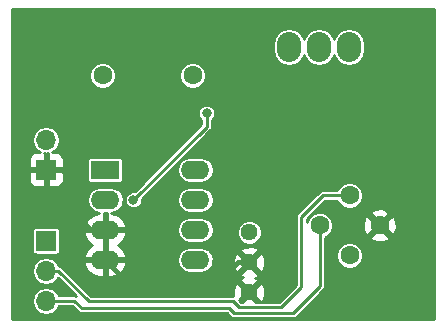
<source format=gbr>
G04 #@! TF.GenerationSoftware,KiCad,Pcbnew,(2017-12-14 revision b47a06e42)-master*
G04 #@! TF.CreationDate,2017-12-14T23:45:36+01:00*
G04 #@! TF.ProjectId,LDR_MLX,4C44525F4D4C582E6B696361645F7063,rev?*
G04 #@! TF.SameCoordinates,Original*
G04 #@! TF.FileFunction,Copper,L2,Bot,Signal*
G04 #@! TF.FilePolarity,Positive*
%FSLAX46Y46*%
G04 Gerber Fmt 4.6, Leading zero omitted, Abs format (unit mm)*
G04 Created by KiCad (PCBNEW (2017-12-14 revision b47a06e42)-master) date Thu Dec 14 23:45:36 2017*
%MOMM*%
%LPD*%
G01*
G04 APERTURE LIST*
%ADD10C,1.600000*%
%ADD11O,1.700000X1.700000*%
%ADD12R,1.700000X1.700000*%
%ADD13C,1.440000*%
%ADD14O,2.400000X1.600000*%
%ADD15R,2.400000X1.600000*%
%ADD16O,2.032000X2.540000*%
%ADD17C,0.800000*%
%ADD18C,0.250000*%
%ADD19C,0.400000*%
%ADD20C,0.254000*%
G04 APERTURE END LIST*
D10*
X187700000Y-74160000D03*
X190240000Y-76700000D03*
X187700000Y-79240000D03*
X185160000Y-76700000D03*
D11*
X162000000Y-69460000D03*
D12*
X162000000Y-72000000D03*
D11*
X162000000Y-83080000D03*
X162000000Y-80540000D03*
D12*
X162000000Y-78000000D03*
D10*
X174400000Y-64000000D03*
X166800000Y-64000000D03*
D13*
X179200000Y-82380000D03*
X179200000Y-79840000D03*
X179200000Y-77300000D03*
D14*
X174620000Y-72000000D03*
X167000000Y-79620000D03*
X174620000Y-74540000D03*
X167000000Y-77080000D03*
X174620000Y-77080000D03*
X167000000Y-74540000D03*
X174620000Y-79620000D03*
D15*
X167000000Y-72000000D03*
D16*
X187640000Y-61600000D03*
X182560000Y-61600000D03*
X185100000Y-61600000D03*
D17*
X169400000Y-74540000D03*
X175600000Y-67200000D03*
X188600000Y-64500000D03*
X185100000Y-83400000D03*
X191000000Y-75300000D03*
X178400000Y-68400000D03*
X180600000Y-64300000D03*
X175500000Y-65700000D03*
D18*
X175600000Y-68340000D02*
X175600000Y-67200000D01*
X175600000Y-68340000D02*
X169400000Y-74540000D01*
D19*
X179200000Y-79840000D02*
X178260000Y-79840000D01*
X168880000Y-81500000D02*
X167000000Y-79620000D01*
X176600000Y-81500000D02*
X168880000Y-81500000D01*
X178260000Y-79840000D02*
X176600000Y-81500000D01*
X167000000Y-77080000D02*
X167000000Y-79620000D01*
X162000000Y-72000000D02*
X162000000Y-73300000D01*
X165780000Y-77080000D02*
X167000000Y-77080000D01*
X162000000Y-73300000D02*
X165780000Y-77080000D01*
D18*
X162000000Y-80540000D02*
X163040000Y-80540000D01*
X185440000Y-74160000D02*
X187700000Y-74160000D01*
X183600000Y-76000000D02*
X185440000Y-74160000D01*
X183600000Y-81900000D02*
X183600000Y-76000000D01*
X181900000Y-83600000D02*
X183600000Y-81900000D01*
X178300000Y-83600000D02*
X181900000Y-83600000D01*
X177800000Y-83100000D02*
X178300000Y-83600000D01*
X165600000Y-83100000D02*
X177800000Y-83100000D01*
X163040000Y-80540000D02*
X165600000Y-83100000D01*
X162000000Y-83080000D02*
X164380000Y-83080000D01*
X185160000Y-81840000D02*
X185160000Y-76700000D01*
X182900000Y-84100000D02*
X185160000Y-81840000D01*
X177900000Y-84100000D02*
X182900000Y-84100000D01*
X177500000Y-83700000D02*
X177900000Y-84100000D01*
X165000000Y-83700000D02*
X177500000Y-83700000D01*
X164380000Y-83080000D02*
X165000000Y-83700000D01*
D20*
G36*
X194873000Y-84598000D02*
X159127000Y-84598000D01*
X159127000Y-80540000D01*
X160799941Y-80540000D01*
X160889535Y-80990418D01*
X161144676Y-81372265D01*
X161526523Y-81627406D01*
X161976941Y-81717000D01*
X162023059Y-81717000D01*
X162473477Y-81627406D01*
X162855324Y-81372265D01*
X163006616Y-81145840D01*
X164515785Y-82655009D01*
X164380000Y-82628000D01*
X163109408Y-82628000D01*
X162855324Y-82247735D01*
X162473477Y-81992594D01*
X162023059Y-81903000D01*
X161976941Y-81903000D01*
X161526523Y-81992594D01*
X161144676Y-82247735D01*
X160889535Y-82629582D01*
X160799941Y-83080000D01*
X160889535Y-83530418D01*
X161144676Y-83912265D01*
X161526523Y-84167406D01*
X161976941Y-84257000D01*
X162023059Y-84257000D01*
X162473477Y-84167406D01*
X162855324Y-83912265D01*
X163109408Y-83532000D01*
X164192776Y-83532000D01*
X164680387Y-84019612D01*
X164800696Y-84100000D01*
X164827027Y-84117594D01*
X165000000Y-84152000D01*
X177312776Y-84152000D01*
X177580387Y-84419612D01*
X177727027Y-84517594D01*
X177900000Y-84552000D01*
X182900000Y-84552000D01*
X183072973Y-84517594D01*
X183219612Y-84419612D01*
X185479613Y-82159612D01*
X185577594Y-82012973D01*
X185612000Y-81840000D01*
X185612000Y-79463191D01*
X186572805Y-79463191D01*
X186744019Y-79877560D01*
X187060772Y-80194867D01*
X187474842Y-80366804D01*
X187923191Y-80367195D01*
X188337560Y-80195981D01*
X188654867Y-79879228D01*
X188826804Y-79465158D01*
X188827195Y-79016809D01*
X188655981Y-78602440D01*
X188339228Y-78285133D01*
X187925158Y-78113196D01*
X187476809Y-78112805D01*
X187062440Y-78284019D01*
X186745133Y-78600772D01*
X186573196Y-79014842D01*
X186572805Y-79463191D01*
X185612000Y-79463191D01*
X185612000Y-77732653D01*
X185672281Y-77707745D01*
X189411861Y-77707745D01*
X189485995Y-77953864D01*
X190023223Y-78146965D01*
X190593454Y-78119778D01*
X190994005Y-77953864D01*
X191068139Y-77707745D01*
X190240000Y-76879605D01*
X189411861Y-77707745D01*
X185672281Y-77707745D01*
X185797560Y-77655981D01*
X186114867Y-77339228D01*
X186286804Y-76925158D01*
X186287189Y-76483223D01*
X188793035Y-76483223D01*
X188820222Y-77053454D01*
X188986136Y-77454005D01*
X189232255Y-77528139D01*
X190060395Y-76700000D01*
X190419605Y-76700000D01*
X191247745Y-77528139D01*
X191493864Y-77454005D01*
X191686965Y-76916777D01*
X191659778Y-76346546D01*
X191493864Y-75945995D01*
X191247745Y-75871861D01*
X190419605Y-76700000D01*
X190060395Y-76700000D01*
X189232255Y-75871861D01*
X188986136Y-75945995D01*
X188793035Y-76483223D01*
X186287189Y-76483223D01*
X186287195Y-76476809D01*
X186115981Y-76062440D01*
X185799228Y-75745133D01*
X185671884Y-75692255D01*
X189411861Y-75692255D01*
X190240000Y-76520395D01*
X191068139Y-75692255D01*
X190994005Y-75446136D01*
X190456777Y-75253035D01*
X189886546Y-75280222D01*
X189485995Y-75446136D01*
X189411861Y-75692255D01*
X185671884Y-75692255D01*
X185385158Y-75573196D01*
X184936809Y-75572805D01*
X184522440Y-75744019D01*
X184205133Y-76060772D01*
X184052000Y-76429557D01*
X184052000Y-76187224D01*
X185627224Y-74612000D01*
X186667347Y-74612000D01*
X186744019Y-74797560D01*
X187060772Y-75114867D01*
X187474842Y-75286804D01*
X187923191Y-75287195D01*
X188337560Y-75115981D01*
X188654867Y-74799228D01*
X188826804Y-74385158D01*
X188827195Y-73936809D01*
X188655981Y-73522440D01*
X188339228Y-73205133D01*
X187925158Y-73033196D01*
X187476809Y-73032805D01*
X187062440Y-73204019D01*
X186745133Y-73520772D01*
X186667389Y-73708000D01*
X185440000Y-73708000D01*
X185267027Y-73742406D01*
X185120388Y-73840388D01*
X183280388Y-75680388D01*
X183182406Y-75827027D01*
X183148000Y-76000000D01*
X183148000Y-81712776D01*
X181712776Y-83148000D01*
X180157797Y-83148000D01*
X180387611Y-83085869D01*
X180567333Y-82577658D01*
X180538892Y-82039356D01*
X180387611Y-81674131D01*
X180149774Y-81609831D01*
X179379605Y-82380000D01*
X180147605Y-83148000D01*
X179788395Y-83148000D01*
X179200000Y-82559605D01*
X178611605Y-83148000D01*
X178487224Y-83148000D01*
X178369810Y-83030586D01*
X179020395Y-82380000D01*
X178250226Y-81609831D01*
X178012389Y-81674131D01*
X177832667Y-82182342D01*
X177857878Y-82659513D01*
X177800000Y-82648000D01*
X165787224Y-82648000D01*
X163359612Y-80220388D01*
X163212973Y-80122406D01*
X163113040Y-80102528D01*
X163110465Y-80089582D01*
X163029922Y-79969039D01*
X165208096Y-79969039D01*
X165225633Y-80051819D01*
X165495500Y-80544896D01*
X165933517Y-80897166D01*
X166473000Y-81055000D01*
X166873000Y-81055000D01*
X166873000Y-79747000D01*
X167127000Y-79747000D01*
X167127000Y-81055000D01*
X167527000Y-81055000D01*
X168066483Y-80897166D01*
X168200015Y-80789774D01*
X178429831Y-80789774D01*
X178494131Y-81027611D01*
X178708728Y-81103500D01*
X178494131Y-81192389D01*
X178429831Y-81430226D01*
X179200000Y-82200395D01*
X179970169Y-81430226D01*
X179905869Y-81192389D01*
X179691272Y-81116500D01*
X179905869Y-81027611D01*
X179970169Y-80789774D01*
X179200000Y-80019605D01*
X178429831Y-80789774D01*
X168200015Y-80789774D01*
X168504500Y-80544896D01*
X168774367Y-80051819D01*
X168791904Y-79969039D01*
X168669915Y-79747000D01*
X167127000Y-79747000D01*
X166873000Y-79747000D01*
X165330085Y-79747000D01*
X165208096Y-79969039D01*
X163029922Y-79969039D01*
X162855324Y-79707735D01*
X162724019Y-79620000D01*
X173063084Y-79620000D01*
X173148872Y-80051284D01*
X173393175Y-80416909D01*
X173758800Y-80661212D01*
X174190084Y-80747000D01*
X175049916Y-80747000D01*
X175481200Y-80661212D01*
X175846825Y-80416909D01*
X176091128Y-80051284D01*
X176172471Y-79642342D01*
X177832667Y-79642342D01*
X177861108Y-80180644D01*
X178012389Y-80545869D01*
X178250226Y-80610169D01*
X179020395Y-79840000D01*
X179379605Y-79840000D01*
X180149774Y-80610169D01*
X180387611Y-80545869D01*
X180567333Y-80037658D01*
X180538892Y-79499356D01*
X180387611Y-79134131D01*
X180149774Y-79069831D01*
X179379605Y-79840000D01*
X179020395Y-79840000D01*
X178250226Y-79069831D01*
X178012389Y-79134131D01*
X177832667Y-79642342D01*
X176172471Y-79642342D01*
X176176916Y-79620000D01*
X176091128Y-79188716D01*
X175891684Y-78890226D01*
X178429831Y-78890226D01*
X179200000Y-79660395D01*
X179970169Y-78890226D01*
X179905869Y-78652389D01*
X179397658Y-78472667D01*
X178859356Y-78501108D01*
X178494131Y-78652389D01*
X178429831Y-78890226D01*
X175891684Y-78890226D01*
X175846825Y-78823091D01*
X175481200Y-78578788D01*
X175049916Y-78493000D01*
X174190084Y-78493000D01*
X173758800Y-78578788D01*
X173393175Y-78823091D01*
X173148872Y-79188716D01*
X173063084Y-79620000D01*
X162724019Y-79620000D01*
X162473477Y-79452594D01*
X162023059Y-79363000D01*
X161976941Y-79363000D01*
X161526523Y-79452594D01*
X161144676Y-79707735D01*
X160889535Y-80089582D01*
X160799941Y-80540000D01*
X159127000Y-80540000D01*
X159127000Y-77150000D01*
X160816594Y-77150000D01*
X160816594Y-78850000D01*
X160841973Y-78977589D01*
X160914246Y-79085754D01*
X161022411Y-79158027D01*
X161150000Y-79183406D01*
X162850000Y-79183406D01*
X162977589Y-79158027D01*
X163085754Y-79085754D01*
X163158027Y-78977589D01*
X163183406Y-78850000D01*
X163183406Y-77429039D01*
X165208096Y-77429039D01*
X165225633Y-77511819D01*
X165495500Y-78004896D01*
X165924607Y-78350000D01*
X165495500Y-78695104D01*
X165225633Y-79188181D01*
X165208096Y-79270961D01*
X165330085Y-79493000D01*
X166873000Y-79493000D01*
X166873000Y-77207000D01*
X167127000Y-77207000D01*
X167127000Y-79493000D01*
X168669915Y-79493000D01*
X168791904Y-79270961D01*
X168774367Y-79188181D01*
X168504500Y-78695104D01*
X168075393Y-78350000D01*
X168504500Y-78004896D01*
X168774367Y-77511819D01*
X168791904Y-77429039D01*
X168669915Y-77207000D01*
X167127000Y-77207000D01*
X166873000Y-77207000D01*
X165330085Y-77207000D01*
X165208096Y-77429039D01*
X163183406Y-77429039D01*
X163183406Y-77150000D01*
X163169483Y-77080000D01*
X173063084Y-77080000D01*
X173148872Y-77511284D01*
X173393175Y-77876909D01*
X173758800Y-78121212D01*
X174190084Y-78207000D01*
X175049916Y-78207000D01*
X175481200Y-78121212D01*
X175846825Y-77876909D01*
X176091128Y-77511284D01*
X176091910Y-77507348D01*
X178152819Y-77507348D01*
X178311879Y-77892303D01*
X178606148Y-78187086D01*
X178990825Y-78346818D01*
X179407348Y-78347181D01*
X179792303Y-78188121D01*
X180087086Y-77893852D01*
X180246818Y-77509175D01*
X180247181Y-77092652D01*
X180088121Y-76707697D01*
X179793852Y-76412914D01*
X179409175Y-76253182D01*
X178992652Y-76252819D01*
X178607697Y-76411879D01*
X178312914Y-76706148D01*
X178153182Y-77090825D01*
X178152819Y-77507348D01*
X176091910Y-77507348D01*
X176176916Y-77080000D01*
X176091128Y-76648716D01*
X175846825Y-76283091D01*
X175481200Y-76038788D01*
X175049916Y-75953000D01*
X174190084Y-75953000D01*
X173758800Y-76038788D01*
X173393175Y-76283091D01*
X173148872Y-76648716D01*
X173063084Y-77080000D01*
X163169483Y-77080000D01*
X163158027Y-77022411D01*
X163085754Y-76914246D01*
X162977589Y-76841973D01*
X162850000Y-76816594D01*
X161150000Y-76816594D01*
X161022411Y-76841973D01*
X160914246Y-76914246D01*
X160841973Y-77022411D01*
X160816594Y-77150000D01*
X159127000Y-77150000D01*
X159127000Y-76730961D01*
X165208096Y-76730961D01*
X165330085Y-76953000D01*
X166873000Y-76953000D01*
X166873000Y-75667000D01*
X167127000Y-75667000D01*
X167127000Y-76953000D01*
X168669915Y-76953000D01*
X168791904Y-76730961D01*
X168774367Y-76648181D01*
X168504500Y-76155104D01*
X168066483Y-75802834D01*
X167532471Y-75646601D01*
X167861200Y-75581212D01*
X168226825Y-75336909D01*
X168471128Y-74971284D01*
X168528277Y-74683975D01*
X168672874Y-74683975D01*
X168783320Y-74951275D01*
X168987650Y-75155961D01*
X169254756Y-75266874D01*
X169543975Y-75267126D01*
X169811275Y-75156680D01*
X170015961Y-74952350D01*
X170126874Y-74685244D01*
X170127000Y-74540000D01*
X173063084Y-74540000D01*
X173148872Y-74971284D01*
X173393175Y-75336909D01*
X173758800Y-75581212D01*
X174190084Y-75667000D01*
X175049916Y-75667000D01*
X175481200Y-75581212D01*
X175846825Y-75336909D01*
X176091128Y-74971284D01*
X176176916Y-74540000D01*
X176091128Y-74108716D01*
X175846825Y-73743091D01*
X175481200Y-73498788D01*
X175049916Y-73413000D01*
X174190084Y-73413000D01*
X173758800Y-73498788D01*
X173393175Y-73743091D01*
X173148872Y-74108716D01*
X173063084Y-74540000D01*
X170127000Y-74540000D01*
X170127077Y-74452147D01*
X172579224Y-72000000D01*
X173063084Y-72000000D01*
X173148872Y-72431284D01*
X173393175Y-72796909D01*
X173758800Y-73041212D01*
X174190084Y-73127000D01*
X175049916Y-73127000D01*
X175481200Y-73041212D01*
X175846825Y-72796909D01*
X176091128Y-72431284D01*
X176176916Y-72000000D01*
X176091128Y-71568716D01*
X175846825Y-71203091D01*
X175481200Y-70958788D01*
X175049916Y-70873000D01*
X174190084Y-70873000D01*
X173758800Y-70958788D01*
X173393175Y-71203091D01*
X173148872Y-71568716D01*
X173063084Y-72000000D01*
X172579224Y-72000000D01*
X175919612Y-68659612D01*
X176017594Y-68512973D01*
X176052000Y-68340000D01*
X176052000Y-67776026D01*
X176215961Y-67612350D01*
X176326874Y-67345244D01*
X176327126Y-67056025D01*
X176216680Y-66788725D01*
X176012350Y-66584039D01*
X175745244Y-66473126D01*
X175456025Y-66472874D01*
X175188725Y-66583320D01*
X174984039Y-66787650D01*
X174873126Y-67054756D01*
X174872874Y-67343975D01*
X174983320Y-67611275D01*
X175148000Y-67776242D01*
X175148000Y-68152776D01*
X169487700Y-73813076D01*
X169256025Y-73812874D01*
X168988725Y-73923320D01*
X168784039Y-74127650D01*
X168673126Y-74394756D01*
X168672874Y-74683975D01*
X168528277Y-74683975D01*
X168556916Y-74540000D01*
X168471128Y-74108716D01*
X168226825Y-73743091D01*
X167861200Y-73498788D01*
X167429916Y-73413000D01*
X166570084Y-73413000D01*
X166138800Y-73498788D01*
X165773175Y-73743091D01*
X165528872Y-74108716D01*
X165443084Y-74540000D01*
X165528872Y-74971284D01*
X165773175Y-75336909D01*
X166138800Y-75581212D01*
X166467529Y-75646601D01*
X165933517Y-75802834D01*
X165495500Y-76155104D01*
X165225633Y-76648181D01*
X165208096Y-76730961D01*
X159127000Y-76730961D01*
X159127000Y-72285750D01*
X160515000Y-72285750D01*
X160515000Y-72976310D01*
X160611673Y-73209699D01*
X160790302Y-73388327D01*
X161023691Y-73485000D01*
X161714250Y-73485000D01*
X161873000Y-73326250D01*
X161873000Y-72127000D01*
X162127000Y-72127000D01*
X162127000Y-73326250D01*
X162285750Y-73485000D01*
X162976309Y-73485000D01*
X163209698Y-73388327D01*
X163388327Y-73209699D01*
X163485000Y-72976310D01*
X163485000Y-72285750D01*
X163326250Y-72127000D01*
X162127000Y-72127000D01*
X161873000Y-72127000D01*
X160673750Y-72127000D01*
X160515000Y-72285750D01*
X159127000Y-72285750D01*
X159127000Y-71023690D01*
X160515000Y-71023690D01*
X160515000Y-71714250D01*
X160673750Y-71873000D01*
X161873000Y-71873000D01*
X161873000Y-70673750D01*
X161801316Y-70602066D01*
X161976941Y-70637000D01*
X162023059Y-70637000D01*
X162198684Y-70602066D01*
X162127000Y-70673750D01*
X162127000Y-71873000D01*
X163326250Y-71873000D01*
X163485000Y-71714250D01*
X163485000Y-71200000D01*
X165466594Y-71200000D01*
X165466594Y-72800000D01*
X165491973Y-72927589D01*
X165564246Y-73035754D01*
X165672411Y-73108027D01*
X165800000Y-73133406D01*
X168200000Y-73133406D01*
X168327589Y-73108027D01*
X168435754Y-73035754D01*
X168508027Y-72927589D01*
X168533406Y-72800000D01*
X168533406Y-71200000D01*
X168508027Y-71072411D01*
X168435754Y-70964246D01*
X168327589Y-70891973D01*
X168200000Y-70866594D01*
X165800000Y-70866594D01*
X165672411Y-70891973D01*
X165564246Y-70964246D01*
X165491973Y-71072411D01*
X165466594Y-71200000D01*
X163485000Y-71200000D01*
X163485000Y-71023690D01*
X163388327Y-70790301D01*
X163209698Y-70611673D01*
X162976309Y-70515000D01*
X162521976Y-70515000D01*
X162855324Y-70292265D01*
X163110465Y-69910418D01*
X163200059Y-69460000D01*
X163110465Y-69009582D01*
X162855324Y-68627735D01*
X162473477Y-68372594D01*
X162023059Y-68283000D01*
X161976941Y-68283000D01*
X161526523Y-68372594D01*
X161144676Y-68627735D01*
X160889535Y-69009582D01*
X160799941Y-69460000D01*
X160889535Y-69910418D01*
X161144676Y-70292265D01*
X161478024Y-70515000D01*
X161023691Y-70515000D01*
X160790302Y-70611673D01*
X160611673Y-70790301D01*
X160515000Y-71023690D01*
X159127000Y-71023690D01*
X159127000Y-64223191D01*
X165672805Y-64223191D01*
X165844019Y-64637560D01*
X166160772Y-64954867D01*
X166574842Y-65126804D01*
X167023191Y-65127195D01*
X167437560Y-64955981D01*
X167754867Y-64639228D01*
X167926804Y-64225158D01*
X167926805Y-64223191D01*
X173272805Y-64223191D01*
X173444019Y-64637560D01*
X173760772Y-64954867D01*
X174174842Y-65126804D01*
X174623191Y-65127195D01*
X175037560Y-64955981D01*
X175354867Y-64639228D01*
X175526804Y-64225158D01*
X175527195Y-63776809D01*
X175355981Y-63362440D01*
X175039228Y-63045133D01*
X174625158Y-62873196D01*
X174176809Y-62872805D01*
X173762440Y-63044019D01*
X173445133Y-63360772D01*
X173273196Y-63774842D01*
X173272805Y-64223191D01*
X167926805Y-64223191D01*
X167927195Y-63776809D01*
X167755981Y-63362440D01*
X167439228Y-63045133D01*
X167025158Y-62873196D01*
X166576809Y-62872805D01*
X166162440Y-63044019D01*
X165845133Y-63360772D01*
X165673196Y-63774842D01*
X165672805Y-64223191D01*
X159127000Y-64223191D01*
X159127000Y-61314713D01*
X181217000Y-61314713D01*
X181217000Y-61885287D01*
X181319230Y-62399231D01*
X181610356Y-62834931D01*
X182046056Y-63126057D01*
X182560000Y-63228287D01*
X183073944Y-63126057D01*
X183509644Y-62834931D01*
X183800770Y-62399231D01*
X183830000Y-62252282D01*
X183859230Y-62399231D01*
X184150356Y-62834931D01*
X184586056Y-63126057D01*
X185100000Y-63228287D01*
X185613944Y-63126057D01*
X186049644Y-62834931D01*
X186340770Y-62399231D01*
X186370000Y-62252282D01*
X186399230Y-62399231D01*
X186690356Y-62834931D01*
X187126056Y-63126057D01*
X187640000Y-63228287D01*
X188153944Y-63126057D01*
X188589644Y-62834931D01*
X188880770Y-62399231D01*
X188983000Y-61885287D01*
X188983000Y-61314713D01*
X188880770Y-60800769D01*
X188589644Y-60365069D01*
X188153944Y-60073943D01*
X187640000Y-59971713D01*
X187126056Y-60073943D01*
X186690356Y-60365069D01*
X186399230Y-60800769D01*
X186370000Y-60947718D01*
X186340770Y-60800769D01*
X186049644Y-60365069D01*
X185613944Y-60073943D01*
X185100000Y-59971713D01*
X184586056Y-60073943D01*
X184150356Y-60365069D01*
X183859230Y-60800769D01*
X183830000Y-60947718D01*
X183800770Y-60800769D01*
X183509644Y-60365069D01*
X183073944Y-60073943D01*
X182560000Y-59971713D01*
X182046056Y-60073943D01*
X181610356Y-60365069D01*
X181319230Y-60800769D01*
X181217000Y-61314713D01*
X159127000Y-61314713D01*
X159127000Y-58402000D01*
X194873000Y-58402000D01*
X194873000Y-84598000D01*
X194873000Y-84598000D01*
G37*
X194873000Y-84598000D02*
X159127000Y-84598000D01*
X159127000Y-80540000D01*
X160799941Y-80540000D01*
X160889535Y-80990418D01*
X161144676Y-81372265D01*
X161526523Y-81627406D01*
X161976941Y-81717000D01*
X162023059Y-81717000D01*
X162473477Y-81627406D01*
X162855324Y-81372265D01*
X163006616Y-81145840D01*
X164515785Y-82655009D01*
X164380000Y-82628000D01*
X163109408Y-82628000D01*
X162855324Y-82247735D01*
X162473477Y-81992594D01*
X162023059Y-81903000D01*
X161976941Y-81903000D01*
X161526523Y-81992594D01*
X161144676Y-82247735D01*
X160889535Y-82629582D01*
X160799941Y-83080000D01*
X160889535Y-83530418D01*
X161144676Y-83912265D01*
X161526523Y-84167406D01*
X161976941Y-84257000D01*
X162023059Y-84257000D01*
X162473477Y-84167406D01*
X162855324Y-83912265D01*
X163109408Y-83532000D01*
X164192776Y-83532000D01*
X164680387Y-84019612D01*
X164800696Y-84100000D01*
X164827027Y-84117594D01*
X165000000Y-84152000D01*
X177312776Y-84152000D01*
X177580387Y-84419612D01*
X177727027Y-84517594D01*
X177900000Y-84552000D01*
X182900000Y-84552000D01*
X183072973Y-84517594D01*
X183219612Y-84419612D01*
X185479613Y-82159612D01*
X185577594Y-82012973D01*
X185612000Y-81840000D01*
X185612000Y-79463191D01*
X186572805Y-79463191D01*
X186744019Y-79877560D01*
X187060772Y-80194867D01*
X187474842Y-80366804D01*
X187923191Y-80367195D01*
X188337560Y-80195981D01*
X188654867Y-79879228D01*
X188826804Y-79465158D01*
X188827195Y-79016809D01*
X188655981Y-78602440D01*
X188339228Y-78285133D01*
X187925158Y-78113196D01*
X187476809Y-78112805D01*
X187062440Y-78284019D01*
X186745133Y-78600772D01*
X186573196Y-79014842D01*
X186572805Y-79463191D01*
X185612000Y-79463191D01*
X185612000Y-77732653D01*
X185672281Y-77707745D01*
X189411861Y-77707745D01*
X189485995Y-77953864D01*
X190023223Y-78146965D01*
X190593454Y-78119778D01*
X190994005Y-77953864D01*
X191068139Y-77707745D01*
X190240000Y-76879605D01*
X189411861Y-77707745D01*
X185672281Y-77707745D01*
X185797560Y-77655981D01*
X186114867Y-77339228D01*
X186286804Y-76925158D01*
X186287189Y-76483223D01*
X188793035Y-76483223D01*
X188820222Y-77053454D01*
X188986136Y-77454005D01*
X189232255Y-77528139D01*
X190060395Y-76700000D01*
X190419605Y-76700000D01*
X191247745Y-77528139D01*
X191493864Y-77454005D01*
X191686965Y-76916777D01*
X191659778Y-76346546D01*
X191493864Y-75945995D01*
X191247745Y-75871861D01*
X190419605Y-76700000D01*
X190060395Y-76700000D01*
X189232255Y-75871861D01*
X188986136Y-75945995D01*
X188793035Y-76483223D01*
X186287189Y-76483223D01*
X186287195Y-76476809D01*
X186115981Y-76062440D01*
X185799228Y-75745133D01*
X185671884Y-75692255D01*
X189411861Y-75692255D01*
X190240000Y-76520395D01*
X191068139Y-75692255D01*
X190994005Y-75446136D01*
X190456777Y-75253035D01*
X189886546Y-75280222D01*
X189485995Y-75446136D01*
X189411861Y-75692255D01*
X185671884Y-75692255D01*
X185385158Y-75573196D01*
X184936809Y-75572805D01*
X184522440Y-75744019D01*
X184205133Y-76060772D01*
X184052000Y-76429557D01*
X184052000Y-76187224D01*
X185627224Y-74612000D01*
X186667347Y-74612000D01*
X186744019Y-74797560D01*
X187060772Y-75114867D01*
X187474842Y-75286804D01*
X187923191Y-75287195D01*
X188337560Y-75115981D01*
X188654867Y-74799228D01*
X188826804Y-74385158D01*
X188827195Y-73936809D01*
X188655981Y-73522440D01*
X188339228Y-73205133D01*
X187925158Y-73033196D01*
X187476809Y-73032805D01*
X187062440Y-73204019D01*
X186745133Y-73520772D01*
X186667389Y-73708000D01*
X185440000Y-73708000D01*
X185267027Y-73742406D01*
X185120388Y-73840388D01*
X183280388Y-75680388D01*
X183182406Y-75827027D01*
X183148000Y-76000000D01*
X183148000Y-81712776D01*
X181712776Y-83148000D01*
X180157797Y-83148000D01*
X180387611Y-83085869D01*
X180567333Y-82577658D01*
X180538892Y-82039356D01*
X180387611Y-81674131D01*
X180149774Y-81609831D01*
X179379605Y-82380000D01*
X180147605Y-83148000D01*
X179788395Y-83148000D01*
X179200000Y-82559605D01*
X178611605Y-83148000D01*
X178487224Y-83148000D01*
X178369810Y-83030586D01*
X179020395Y-82380000D01*
X178250226Y-81609831D01*
X178012389Y-81674131D01*
X177832667Y-82182342D01*
X177857878Y-82659513D01*
X177800000Y-82648000D01*
X165787224Y-82648000D01*
X163359612Y-80220388D01*
X163212973Y-80122406D01*
X163113040Y-80102528D01*
X163110465Y-80089582D01*
X163029922Y-79969039D01*
X165208096Y-79969039D01*
X165225633Y-80051819D01*
X165495500Y-80544896D01*
X165933517Y-80897166D01*
X166473000Y-81055000D01*
X166873000Y-81055000D01*
X166873000Y-79747000D01*
X167127000Y-79747000D01*
X167127000Y-81055000D01*
X167527000Y-81055000D01*
X168066483Y-80897166D01*
X168200015Y-80789774D01*
X178429831Y-80789774D01*
X178494131Y-81027611D01*
X178708728Y-81103500D01*
X178494131Y-81192389D01*
X178429831Y-81430226D01*
X179200000Y-82200395D01*
X179970169Y-81430226D01*
X179905869Y-81192389D01*
X179691272Y-81116500D01*
X179905869Y-81027611D01*
X179970169Y-80789774D01*
X179200000Y-80019605D01*
X178429831Y-80789774D01*
X168200015Y-80789774D01*
X168504500Y-80544896D01*
X168774367Y-80051819D01*
X168791904Y-79969039D01*
X168669915Y-79747000D01*
X167127000Y-79747000D01*
X166873000Y-79747000D01*
X165330085Y-79747000D01*
X165208096Y-79969039D01*
X163029922Y-79969039D01*
X162855324Y-79707735D01*
X162724019Y-79620000D01*
X173063084Y-79620000D01*
X173148872Y-80051284D01*
X173393175Y-80416909D01*
X173758800Y-80661212D01*
X174190084Y-80747000D01*
X175049916Y-80747000D01*
X175481200Y-80661212D01*
X175846825Y-80416909D01*
X176091128Y-80051284D01*
X176172471Y-79642342D01*
X177832667Y-79642342D01*
X177861108Y-80180644D01*
X178012389Y-80545869D01*
X178250226Y-80610169D01*
X179020395Y-79840000D01*
X179379605Y-79840000D01*
X180149774Y-80610169D01*
X180387611Y-80545869D01*
X180567333Y-80037658D01*
X180538892Y-79499356D01*
X180387611Y-79134131D01*
X180149774Y-79069831D01*
X179379605Y-79840000D01*
X179020395Y-79840000D01*
X178250226Y-79069831D01*
X178012389Y-79134131D01*
X177832667Y-79642342D01*
X176172471Y-79642342D01*
X176176916Y-79620000D01*
X176091128Y-79188716D01*
X175891684Y-78890226D01*
X178429831Y-78890226D01*
X179200000Y-79660395D01*
X179970169Y-78890226D01*
X179905869Y-78652389D01*
X179397658Y-78472667D01*
X178859356Y-78501108D01*
X178494131Y-78652389D01*
X178429831Y-78890226D01*
X175891684Y-78890226D01*
X175846825Y-78823091D01*
X175481200Y-78578788D01*
X175049916Y-78493000D01*
X174190084Y-78493000D01*
X173758800Y-78578788D01*
X173393175Y-78823091D01*
X173148872Y-79188716D01*
X173063084Y-79620000D01*
X162724019Y-79620000D01*
X162473477Y-79452594D01*
X162023059Y-79363000D01*
X161976941Y-79363000D01*
X161526523Y-79452594D01*
X161144676Y-79707735D01*
X160889535Y-80089582D01*
X160799941Y-80540000D01*
X159127000Y-80540000D01*
X159127000Y-77150000D01*
X160816594Y-77150000D01*
X160816594Y-78850000D01*
X160841973Y-78977589D01*
X160914246Y-79085754D01*
X161022411Y-79158027D01*
X161150000Y-79183406D01*
X162850000Y-79183406D01*
X162977589Y-79158027D01*
X163085754Y-79085754D01*
X163158027Y-78977589D01*
X163183406Y-78850000D01*
X163183406Y-77429039D01*
X165208096Y-77429039D01*
X165225633Y-77511819D01*
X165495500Y-78004896D01*
X165924607Y-78350000D01*
X165495500Y-78695104D01*
X165225633Y-79188181D01*
X165208096Y-79270961D01*
X165330085Y-79493000D01*
X166873000Y-79493000D01*
X166873000Y-77207000D01*
X167127000Y-77207000D01*
X167127000Y-79493000D01*
X168669915Y-79493000D01*
X168791904Y-79270961D01*
X168774367Y-79188181D01*
X168504500Y-78695104D01*
X168075393Y-78350000D01*
X168504500Y-78004896D01*
X168774367Y-77511819D01*
X168791904Y-77429039D01*
X168669915Y-77207000D01*
X167127000Y-77207000D01*
X166873000Y-77207000D01*
X165330085Y-77207000D01*
X165208096Y-77429039D01*
X163183406Y-77429039D01*
X163183406Y-77150000D01*
X163169483Y-77080000D01*
X173063084Y-77080000D01*
X173148872Y-77511284D01*
X173393175Y-77876909D01*
X173758800Y-78121212D01*
X174190084Y-78207000D01*
X175049916Y-78207000D01*
X175481200Y-78121212D01*
X175846825Y-77876909D01*
X176091128Y-77511284D01*
X176091910Y-77507348D01*
X178152819Y-77507348D01*
X178311879Y-77892303D01*
X178606148Y-78187086D01*
X178990825Y-78346818D01*
X179407348Y-78347181D01*
X179792303Y-78188121D01*
X180087086Y-77893852D01*
X180246818Y-77509175D01*
X180247181Y-77092652D01*
X180088121Y-76707697D01*
X179793852Y-76412914D01*
X179409175Y-76253182D01*
X178992652Y-76252819D01*
X178607697Y-76411879D01*
X178312914Y-76706148D01*
X178153182Y-77090825D01*
X178152819Y-77507348D01*
X176091910Y-77507348D01*
X176176916Y-77080000D01*
X176091128Y-76648716D01*
X175846825Y-76283091D01*
X175481200Y-76038788D01*
X175049916Y-75953000D01*
X174190084Y-75953000D01*
X173758800Y-76038788D01*
X173393175Y-76283091D01*
X173148872Y-76648716D01*
X173063084Y-77080000D01*
X163169483Y-77080000D01*
X163158027Y-77022411D01*
X163085754Y-76914246D01*
X162977589Y-76841973D01*
X162850000Y-76816594D01*
X161150000Y-76816594D01*
X161022411Y-76841973D01*
X160914246Y-76914246D01*
X160841973Y-77022411D01*
X160816594Y-77150000D01*
X159127000Y-77150000D01*
X159127000Y-76730961D01*
X165208096Y-76730961D01*
X165330085Y-76953000D01*
X166873000Y-76953000D01*
X166873000Y-75667000D01*
X167127000Y-75667000D01*
X167127000Y-76953000D01*
X168669915Y-76953000D01*
X168791904Y-76730961D01*
X168774367Y-76648181D01*
X168504500Y-76155104D01*
X168066483Y-75802834D01*
X167532471Y-75646601D01*
X167861200Y-75581212D01*
X168226825Y-75336909D01*
X168471128Y-74971284D01*
X168528277Y-74683975D01*
X168672874Y-74683975D01*
X168783320Y-74951275D01*
X168987650Y-75155961D01*
X169254756Y-75266874D01*
X169543975Y-75267126D01*
X169811275Y-75156680D01*
X170015961Y-74952350D01*
X170126874Y-74685244D01*
X170127000Y-74540000D01*
X173063084Y-74540000D01*
X173148872Y-74971284D01*
X173393175Y-75336909D01*
X173758800Y-75581212D01*
X174190084Y-75667000D01*
X175049916Y-75667000D01*
X175481200Y-75581212D01*
X175846825Y-75336909D01*
X176091128Y-74971284D01*
X176176916Y-74540000D01*
X176091128Y-74108716D01*
X175846825Y-73743091D01*
X175481200Y-73498788D01*
X175049916Y-73413000D01*
X174190084Y-73413000D01*
X173758800Y-73498788D01*
X173393175Y-73743091D01*
X173148872Y-74108716D01*
X173063084Y-74540000D01*
X170127000Y-74540000D01*
X170127077Y-74452147D01*
X172579224Y-72000000D01*
X173063084Y-72000000D01*
X173148872Y-72431284D01*
X173393175Y-72796909D01*
X173758800Y-73041212D01*
X174190084Y-73127000D01*
X175049916Y-73127000D01*
X175481200Y-73041212D01*
X175846825Y-72796909D01*
X176091128Y-72431284D01*
X176176916Y-72000000D01*
X176091128Y-71568716D01*
X175846825Y-71203091D01*
X175481200Y-70958788D01*
X175049916Y-70873000D01*
X174190084Y-70873000D01*
X173758800Y-70958788D01*
X173393175Y-71203091D01*
X173148872Y-71568716D01*
X173063084Y-72000000D01*
X172579224Y-72000000D01*
X175919612Y-68659612D01*
X176017594Y-68512973D01*
X176052000Y-68340000D01*
X176052000Y-67776026D01*
X176215961Y-67612350D01*
X176326874Y-67345244D01*
X176327126Y-67056025D01*
X176216680Y-66788725D01*
X176012350Y-66584039D01*
X175745244Y-66473126D01*
X175456025Y-66472874D01*
X175188725Y-66583320D01*
X174984039Y-66787650D01*
X174873126Y-67054756D01*
X174872874Y-67343975D01*
X174983320Y-67611275D01*
X175148000Y-67776242D01*
X175148000Y-68152776D01*
X169487700Y-73813076D01*
X169256025Y-73812874D01*
X168988725Y-73923320D01*
X168784039Y-74127650D01*
X168673126Y-74394756D01*
X168672874Y-74683975D01*
X168528277Y-74683975D01*
X168556916Y-74540000D01*
X168471128Y-74108716D01*
X168226825Y-73743091D01*
X167861200Y-73498788D01*
X167429916Y-73413000D01*
X166570084Y-73413000D01*
X166138800Y-73498788D01*
X165773175Y-73743091D01*
X165528872Y-74108716D01*
X165443084Y-74540000D01*
X165528872Y-74971284D01*
X165773175Y-75336909D01*
X166138800Y-75581212D01*
X166467529Y-75646601D01*
X165933517Y-75802834D01*
X165495500Y-76155104D01*
X165225633Y-76648181D01*
X165208096Y-76730961D01*
X159127000Y-76730961D01*
X159127000Y-72285750D01*
X160515000Y-72285750D01*
X160515000Y-72976310D01*
X160611673Y-73209699D01*
X160790302Y-73388327D01*
X161023691Y-73485000D01*
X161714250Y-73485000D01*
X161873000Y-73326250D01*
X161873000Y-72127000D01*
X162127000Y-72127000D01*
X162127000Y-73326250D01*
X162285750Y-73485000D01*
X162976309Y-73485000D01*
X163209698Y-73388327D01*
X163388327Y-73209699D01*
X163485000Y-72976310D01*
X163485000Y-72285750D01*
X163326250Y-72127000D01*
X162127000Y-72127000D01*
X161873000Y-72127000D01*
X160673750Y-72127000D01*
X160515000Y-72285750D01*
X159127000Y-72285750D01*
X159127000Y-71023690D01*
X160515000Y-71023690D01*
X160515000Y-71714250D01*
X160673750Y-71873000D01*
X161873000Y-71873000D01*
X161873000Y-70673750D01*
X161801316Y-70602066D01*
X161976941Y-70637000D01*
X162023059Y-70637000D01*
X162198684Y-70602066D01*
X162127000Y-70673750D01*
X162127000Y-71873000D01*
X163326250Y-71873000D01*
X163485000Y-71714250D01*
X163485000Y-71200000D01*
X165466594Y-71200000D01*
X165466594Y-72800000D01*
X165491973Y-72927589D01*
X165564246Y-73035754D01*
X165672411Y-73108027D01*
X165800000Y-73133406D01*
X168200000Y-73133406D01*
X168327589Y-73108027D01*
X168435754Y-73035754D01*
X168508027Y-72927589D01*
X168533406Y-72800000D01*
X168533406Y-71200000D01*
X168508027Y-71072411D01*
X168435754Y-70964246D01*
X168327589Y-70891973D01*
X168200000Y-70866594D01*
X165800000Y-70866594D01*
X165672411Y-70891973D01*
X165564246Y-70964246D01*
X165491973Y-71072411D01*
X165466594Y-71200000D01*
X163485000Y-71200000D01*
X163485000Y-71023690D01*
X163388327Y-70790301D01*
X163209698Y-70611673D01*
X162976309Y-70515000D01*
X162521976Y-70515000D01*
X162855324Y-70292265D01*
X163110465Y-69910418D01*
X163200059Y-69460000D01*
X163110465Y-69009582D01*
X162855324Y-68627735D01*
X162473477Y-68372594D01*
X162023059Y-68283000D01*
X161976941Y-68283000D01*
X161526523Y-68372594D01*
X161144676Y-68627735D01*
X160889535Y-69009582D01*
X160799941Y-69460000D01*
X160889535Y-69910418D01*
X161144676Y-70292265D01*
X161478024Y-70515000D01*
X161023691Y-70515000D01*
X160790302Y-70611673D01*
X160611673Y-70790301D01*
X160515000Y-71023690D01*
X159127000Y-71023690D01*
X159127000Y-64223191D01*
X165672805Y-64223191D01*
X165844019Y-64637560D01*
X166160772Y-64954867D01*
X166574842Y-65126804D01*
X167023191Y-65127195D01*
X167437560Y-64955981D01*
X167754867Y-64639228D01*
X167926804Y-64225158D01*
X167926805Y-64223191D01*
X173272805Y-64223191D01*
X173444019Y-64637560D01*
X173760772Y-64954867D01*
X174174842Y-65126804D01*
X174623191Y-65127195D01*
X175037560Y-64955981D01*
X175354867Y-64639228D01*
X175526804Y-64225158D01*
X175527195Y-63776809D01*
X175355981Y-63362440D01*
X175039228Y-63045133D01*
X174625158Y-62873196D01*
X174176809Y-62872805D01*
X173762440Y-63044019D01*
X173445133Y-63360772D01*
X173273196Y-63774842D01*
X173272805Y-64223191D01*
X167926805Y-64223191D01*
X167927195Y-63776809D01*
X167755981Y-63362440D01*
X167439228Y-63045133D01*
X167025158Y-62873196D01*
X166576809Y-62872805D01*
X166162440Y-63044019D01*
X165845133Y-63360772D01*
X165673196Y-63774842D01*
X165672805Y-64223191D01*
X159127000Y-64223191D01*
X159127000Y-61314713D01*
X181217000Y-61314713D01*
X181217000Y-61885287D01*
X181319230Y-62399231D01*
X181610356Y-62834931D01*
X182046056Y-63126057D01*
X182560000Y-63228287D01*
X183073944Y-63126057D01*
X183509644Y-62834931D01*
X183800770Y-62399231D01*
X183830000Y-62252282D01*
X183859230Y-62399231D01*
X184150356Y-62834931D01*
X184586056Y-63126057D01*
X185100000Y-63228287D01*
X185613944Y-63126057D01*
X186049644Y-62834931D01*
X186340770Y-62399231D01*
X186370000Y-62252282D01*
X186399230Y-62399231D01*
X186690356Y-62834931D01*
X187126056Y-63126057D01*
X187640000Y-63228287D01*
X188153944Y-63126057D01*
X188589644Y-62834931D01*
X188880770Y-62399231D01*
X188983000Y-61885287D01*
X188983000Y-61314713D01*
X188880770Y-60800769D01*
X188589644Y-60365069D01*
X188153944Y-60073943D01*
X187640000Y-59971713D01*
X187126056Y-60073943D01*
X186690356Y-60365069D01*
X186399230Y-60800769D01*
X186370000Y-60947718D01*
X186340770Y-60800769D01*
X186049644Y-60365069D01*
X185613944Y-60073943D01*
X185100000Y-59971713D01*
X184586056Y-60073943D01*
X184150356Y-60365069D01*
X183859230Y-60800769D01*
X183830000Y-60947718D01*
X183800770Y-60800769D01*
X183509644Y-60365069D01*
X183073944Y-60073943D01*
X182560000Y-59971713D01*
X182046056Y-60073943D01*
X181610356Y-60365069D01*
X181319230Y-60800769D01*
X181217000Y-61314713D01*
X159127000Y-61314713D01*
X159127000Y-58402000D01*
X194873000Y-58402000D01*
X194873000Y-84598000D01*
M02*

</source>
